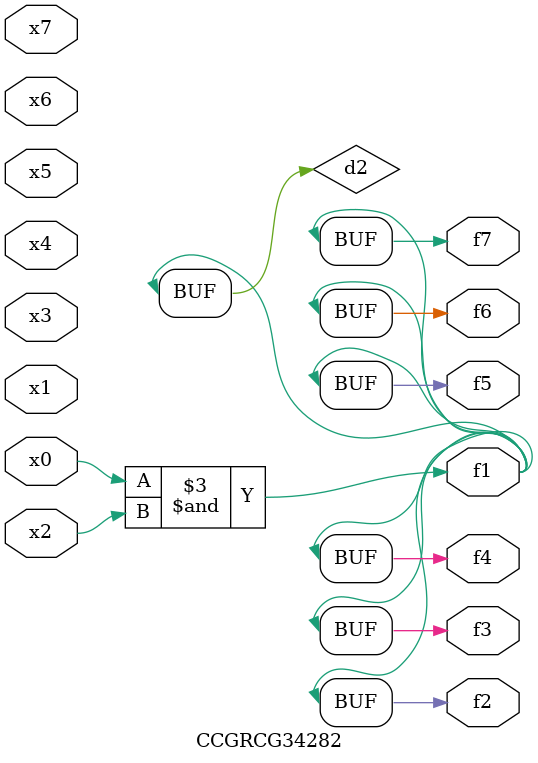
<source format=v>
module CCGRCG34282(
	input x0, x1, x2, x3, x4, x5, x6, x7,
	output f1, f2, f3, f4, f5, f6, f7
);

	wire d1, d2;

	nor (d1, x3, x6);
	and (d2, x0, x2);
	assign f1 = d2;
	assign f2 = d2;
	assign f3 = d2;
	assign f4 = d2;
	assign f5 = d2;
	assign f6 = d2;
	assign f7 = d2;
endmodule

</source>
